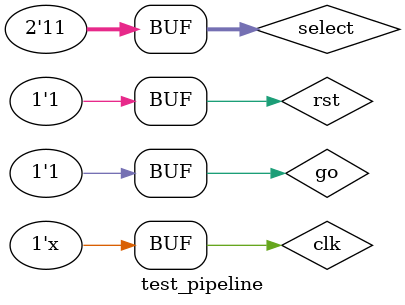
<source format=v>
`timescale 1ns / 1ps


module test_pipeline;
    reg clk, go, rst;
    reg [1:0] select;
    wire [11:0] IF_PC;
    wire [11:0] ID_PC;
    wire [11:0] EX_PC;
    wire [11:0] MEM_PC;
    wire [11:0] WB_PC;
    wire [31:0] LedData_out;
    wire [31:0] EX_LedData;
    wire [31:0] WB_LedData;
    wire [31:0] forward1_out;
    wire [31:0] forward2_out;
    wire [1:0] EX_forward1;
    wire [1:0] EX_forward2;

    MipsCPU28_Pipeline MIPS_CPU(
        .clk(clk),
        .CPU_RESETN(rst),
        .go(go),
        .SW15(1),
        .SW(select),
        .IF_PC(IF_PC),
        .ID_PC(ID_PC),
        .EX_PC(EX_PC),
        .MEM_PC(MEM_PC),
        .WB_PC(WB_PC),
        .LedData_out(LedData_out),
        .pcEnable(pcEnable),
        .forward1_out(forward1_out),
        .forward2_out(forward2_out),
        .EX_forward1(EX_forward1),
        .EX_forward2(EX_forward2),
        .WB_LedData(WB_LedData),
        .EX_LedData(EX_LedData),
        .WB_show(WB_show),
        .WB_syscall(WB_syscall)
    );

    initial begin
        select = 2'b11;
        clk = 0;
        go = 1;
        rst = 1;
    end

    always begin
        #10 clk = ~clk;
    end

endmodule

</source>
